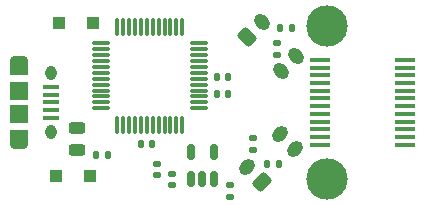
<source format=gts>
G04 #@! TF.GenerationSoftware,KiCad,Pcbnew,7.0.5-7.0.5~ubuntu22.04.1*
G04 #@! TF.CreationDate,2023-07-07T16:24:56+02:00*
G04 #@! TF.ProjectId,combined,636f6d62-696e-4656-942e-6b696361645f,rev?*
G04 #@! TF.SameCoordinates,Original*
G04 #@! TF.FileFunction,Soldermask,Top*
G04 #@! TF.FilePolarity,Negative*
%FSLAX46Y46*%
G04 Gerber Fmt 4.6, Leading zero omitted, Abs format (unit mm)*
G04 Created by KiCad (PCBNEW 7.0.5-7.0.5~ubuntu22.04.1) date 2023-07-07 16:24:56*
%MOMM*%
%LPD*%
G01*
G04 APERTURE LIST*
G04 Aperture macros list*
%AMRoundRect*
0 Rectangle with rounded corners*
0 $1 Rounding radius*
0 $2 $3 $4 $5 $6 $7 $8 $9 X,Y pos of 4 corners*
0 Add a 4 corners polygon primitive as box body*
4,1,4,$2,$3,$4,$5,$6,$7,$8,$9,$2,$3,0*
0 Add four circle primitives for the rounded corners*
1,1,$1+$1,$2,$3*
1,1,$1+$1,$4,$5*
1,1,$1+$1,$6,$7*
1,1,$1+$1,$8,$9*
0 Add four rect primitives between the rounded corners*
20,1,$1+$1,$2,$3,$4,$5,0*
20,1,$1+$1,$4,$5,$6,$7,0*
20,1,$1+$1,$6,$7,$8,$9,0*
20,1,$1+$1,$8,$9,$2,$3,0*%
%AMHorizOval*
0 Thick line with rounded ends*
0 $1 width*
0 $2 $3 position (X,Y) of the first rounded end (center of the circle)*
0 $4 $5 position (X,Y) of the second rounded end (center of the circle)*
0 Add line between two ends*
20,1,$1,$2,$3,$4,$5,0*
0 Add two circle primitives to create the rounded ends*
1,1,$1,$2,$3*
1,1,$1,$4,$5*%
G04 Aperture macros list end*
%ADD10RoundRect,0.140000X0.170000X-0.140000X0.170000X0.140000X-0.170000X0.140000X-0.170000X-0.140000X0*%
%ADD11RoundRect,0.140000X-0.170000X0.140000X-0.170000X-0.140000X0.170000X-0.140000X0.170000X0.140000X0*%
%ADD12RoundRect,0.140000X0.140000X0.170000X-0.140000X0.170000X-0.140000X-0.170000X0.140000X-0.170000X0*%
%ADD13RoundRect,0.140000X-0.140000X-0.170000X0.140000X-0.170000X0.140000X0.170000X-0.140000X0.170000X0*%
%ADD14RoundRect,0.250000X0.300000X0.300000X-0.300000X0.300000X-0.300000X-0.300000X0.300000X-0.300000X0*%
%ADD15R,1.350000X0.400000*%
%ADD16O,1.550000X0.890000*%
%ADD17R,1.550000X1.200000*%
%ADD18O,0.950000X1.250000*%
%ADD19R,1.550000X1.500000*%
%ADD20RoundRect,0.135000X0.135000X0.185000X-0.135000X0.185000X-0.135000X-0.185000X0.135000X-0.185000X0*%
%ADD21RoundRect,0.135000X0.185000X-0.135000X0.185000X0.135000X-0.185000X0.135000X-0.185000X-0.135000X0*%
%ADD22RoundRect,0.135000X-0.135000X-0.185000X0.135000X-0.185000X0.135000X0.185000X-0.135000X0.185000X0*%
%ADD23RoundRect,0.150000X0.150000X-0.512500X0.150000X0.512500X-0.150000X0.512500X-0.150000X-0.512500X0*%
%ADD24RoundRect,0.075000X0.662500X0.075000X-0.662500X0.075000X-0.662500X-0.075000X0.662500X-0.075000X0*%
%ADD25RoundRect,0.075000X0.075000X0.662500X-0.075000X0.662500X-0.075000X-0.662500X0.075000X-0.662500X0*%
%ADD26R,1.750000X0.450000*%
%ADD27RoundRect,0.243750X-0.456250X0.243750X-0.456250X-0.243750X0.456250X-0.243750X0.456250X0.243750X0*%
%ADD28C,3.500000*%
%ADD29RoundRect,0.249700X0.566110X0.141421X0.141421X0.566110X-0.566110X-0.141421X-0.141421X-0.566110X0*%
%ADD30HorizOval,1.100000X0.141421X0.141421X-0.141421X-0.141421X0*%
%ADD31RoundRect,0.249700X0.141421X-0.566110X0.566110X-0.141421X-0.141421X0.566110X-0.566110X0.141421X0*%
%ADD32HorizOval,1.100000X-0.141421X0.141421X0.141421X-0.141421X0*%
G04 APERTURE END LIST*
D10*
X91897200Y-40787200D03*
X91897200Y-39827200D03*
D11*
X90627200Y-38963600D03*
X90627200Y-39923600D03*
D12*
X90210000Y-37250000D03*
X89250000Y-37250000D03*
D13*
X95684400Y-31648400D03*
X96644400Y-31648400D03*
D14*
X85150000Y-27000000D03*
X82350000Y-27000000D03*
X84900000Y-40000000D03*
X82100000Y-40000000D03*
D15*
X81650000Y-32450000D03*
X81650000Y-33100000D03*
X81650000Y-33750000D03*
X81650000Y-34400000D03*
X81650000Y-35050000D03*
D16*
X78950000Y-30250000D03*
D17*
X78950000Y-30850000D03*
D18*
X81650000Y-31250000D03*
D19*
X78950000Y-32750000D03*
X78950000Y-34750000D03*
D18*
X81650000Y-36250000D03*
D17*
X78950000Y-36650000D03*
D16*
X78950000Y-37250000D03*
D20*
X100939600Y-38963600D03*
X99919600Y-38963600D03*
D21*
X100750000Y-29760000D03*
X100750000Y-28740000D03*
X98750000Y-37760000D03*
X98750000Y-36740000D03*
X96750000Y-41760000D03*
X96750000Y-40740000D03*
D22*
X100990000Y-27500000D03*
X102010000Y-27500000D03*
D23*
X93500000Y-40250000D03*
X94450000Y-40250000D03*
X95400000Y-40250000D03*
X95400000Y-37975000D03*
X93500000Y-37975000D03*
D24*
X94162500Y-34250000D03*
X94162500Y-33750000D03*
X94162500Y-33250000D03*
X94162500Y-32750000D03*
X94162500Y-32250000D03*
X94162500Y-31750000D03*
X94162500Y-31250000D03*
X94162500Y-30750000D03*
X94162500Y-30250000D03*
X94162500Y-29750000D03*
X94162500Y-29250000D03*
X94162500Y-28750000D03*
D25*
X92750000Y-27337500D03*
X92250000Y-27337500D03*
X91750000Y-27337500D03*
X91250000Y-27337500D03*
X90750000Y-27337500D03*
X90250000Y-27337500D03*
X89750000Y-27337500D03*
X89250000Y-27337500D03*
X88750000Y-27337500D03*
X88250000Y-27337500D03*
X87750000Y-27337500D03*
X87250000Y-27337500D03*
D24*
X85837500Y-28750000D03*
X85837500Y-29250000D03*
X85837500Y-29750000D03*
X85837500Y-30250000D03*
X85837500Y-30750000D03*
X85837500Y-31250000D03*
X85837500Y-31750000D03*
X85837500Y-32250000D03*
X85837500Y-32750000D03*
X85837500Y-33250000D03*
X85837500Y-33750000D03*
X85837500Y-34250000D03*
D25*
X87250000Y-35662500D03*
X87750000Y-35662500D03*
X88250000Y-35662500D03*
X88750000Y-35662500D03*
X89250000Y-35662500D03*
X89750000Y-35662500D03*
X90250000Y-35662500D03*
X90750000Y-35662500D03*
X91250000Y-35662500D03*
X91750000Y-35662500D03*
X92250000Y-35662500D03*
X92750000Y-35662500D03*
D26*
X111600000Y-37325000D03*
X111600000Y-36675000D03*
X111600000Y-36025000D03*
X111600000Y-35375000D03*
X111600000Y-34725000D03*
X111600000Y-34075000D03*
X111600000Y-33425000D03*
X111600000Y-32775000D03*
X111600000Y-32125000D03*
X111600000Y-31475000D03*
X111600000Y-30825000D03*
X111600000Y-30175000D03*
X104400000Y-30175000D03*
X104400000Y-30825000D03*
X104400000Y-31475000D03*
X104400000Y-32125000D03*
X104400000Y-32775000D03*
X104400000Y-33425000D03*
X104400000Y-34075000D03*
X104400000Y-34725000D03*
X104400000Y-35375000D03*
X104400000Y-36025000D03*
X104400000Y-36675000D03*
X104400000Y-37325000D03*
D13*
X95684400Y-33020000D03*
X96644400Y-33020000D03*
D27*
X83870800Y-35943300D03*
X83870800Y-37818300D03*
D20*
X86463600Y-38252400D03*
X85443600Y-38252400D03*
D28*
X105000000Y-40250000D03*
X105000000Y-27250000D03*
D29*
X99500000Y-40500000D03*
D30*
X102328427Y-37671573D03*
X98227208Y-39227208D03*
X101055635Y-36398781D03*
D31*
X98250000Y-28250000D03*
D32*
X101078427Y-31078427D03*
X99522792Y-26977208D03*
X102351219Y-29805635D03*
M02*

</source>
